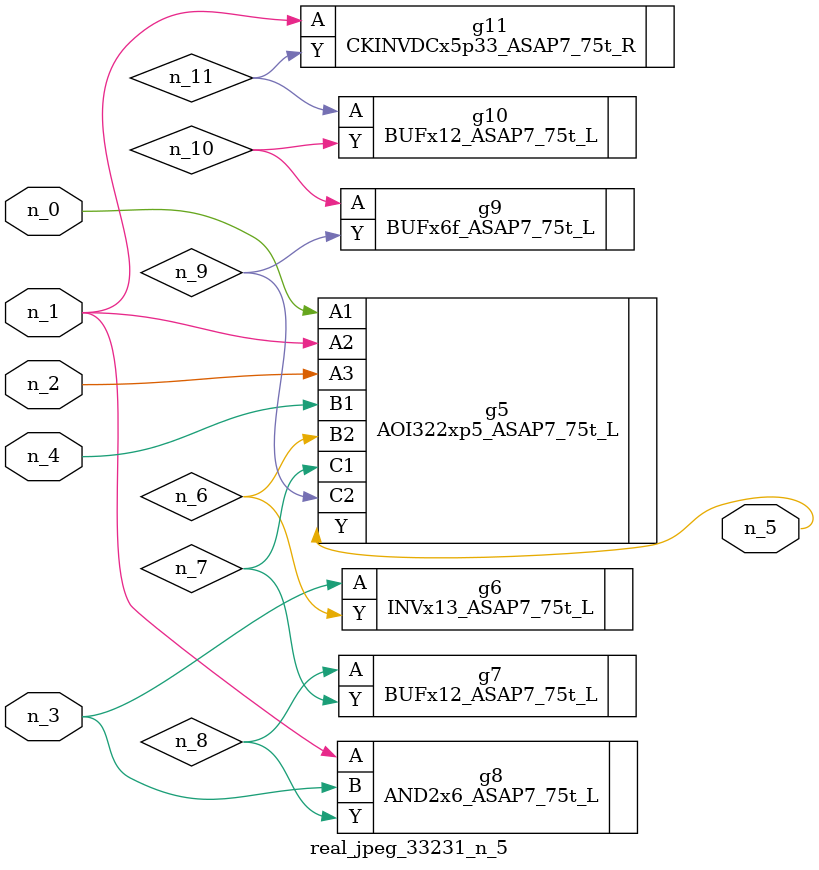
<source format=v>
module real_jpeg_33231_n_5 (n_4, n_0, n_1, n_2, n_3, n_5);

input n_4;
input n_0;
input n_1;
input n_2;
input n_3;

output n_5;

wire n_8;
wire n_11;
wire n_6;
wire n_7;
wire n_10;
wire n_9;

AOI322xp5_ASAP7_75t_L g5 ( 
.A1(n_0),
.A2(n_1),
.A3(n_2),
.B1(n_4),
.B2(n_6),
.C1(n_7),
.C2(n_9),
.Y(n_5)
);

AND2x6_ASAP7_75t_L g8 ( 
.A(n_1),
.B(n_3),
.Y(n_8)
);

CKINVDCx5p33_ASAP7_75t_R g11 ( 
.A(n_1),
.Y(n_11)
);

INVx13_ASAP7_75t_L g6 ( 
.A(n_3),
.Y(n_6)
);

BUFx12_ASAP7_75t_L g7 ( 
.A(n_8),
.Y(n_7)
);

BUFx6f_ASAP7_75t_L g9 ( 
.A(n_10),
.Y(n_9)
);

BUFx12_ASAP7_75t_L g10 ( 
.A(n_11),
.Y(n_10)
);


endmodule
</source>
